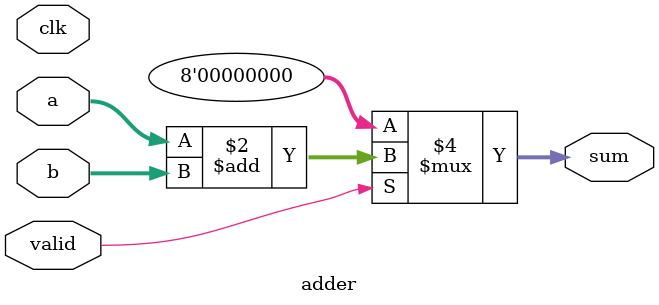
<source format=sv>

module adder (
    input  logic       clk,
    input  logic       valid,
    input  logic [7:0] a,
    input  logic [7:0] b,
    output logic [7:0] sum
);
    // 简单写法：valid=1 时输出 a+b，否则 0
    always_comb begin
        if (valid)
            sum = a + b;
        else
            sum = '0;
    end
endmodule

</source>
